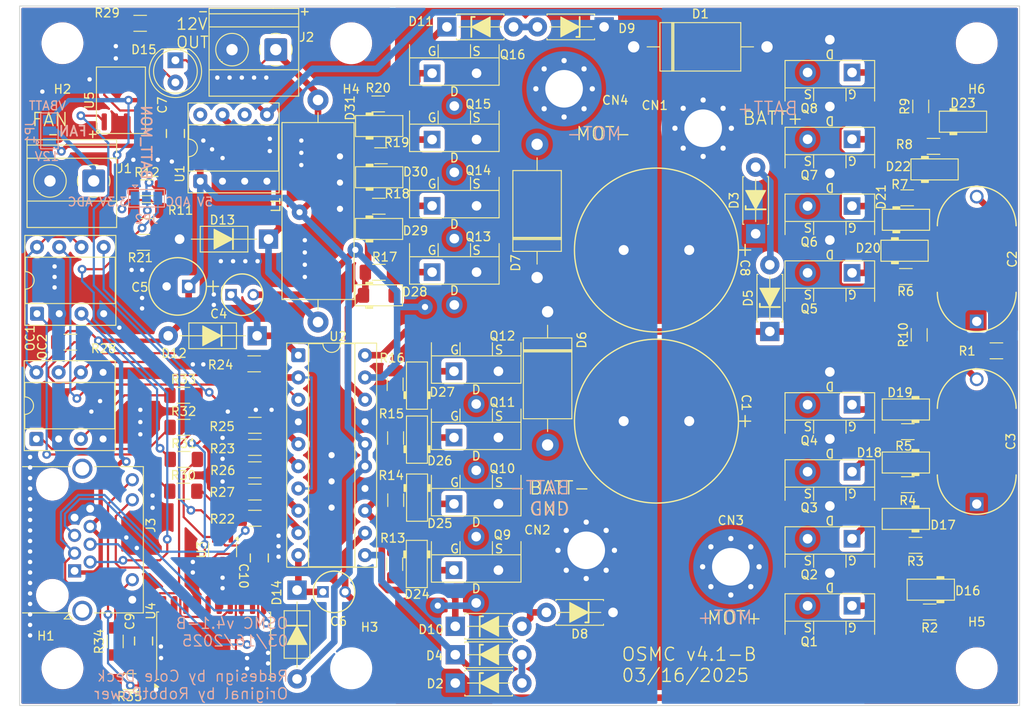
<source format=kicad_pcb>
(kicad_pcb
	(version 20241229)
	(generator "pcbnew")
	(generator_version "9.0")
	(general
		(thickness 1.6)
		(legacy_teardrops no)
	)
	(paper "A4")
	(layers
		(0 "F.Cu" signal)
		(2 "B.Cu" signal)
		(9 "F.Adhes" user "F.Adhesive")
		(11 "B.Adhes" user "B.Adhesive")
		(13 "F.Paste" user)
		(15 "B.Paste" user)
		(5 "F.SilkS" user "F.Silkscreen")
		(7 "B.SilkS" user "B.Silkscreen")
		(1 "F.Mask" user)
		(3 "B.Mask" user)
		(17 "Dwgs.User" user "User.Drawings")
		(19 "Cmts.User" user "User.Comments")
		(21 "Eco1.User" user "User.Eco1")
		(23 "Eco2.User" user "User.Eco2")
		(25 "Edge.Cuts" user)
		(27 "Margin" user)
		(31 "F.CrtYd" user "F.Courtyard")
		(29 "B.CrtYd" user "B.Courtyard")
		(35 "F.Fab" user)
		(33 "B.Fab" user)
		(39 "User.1" user)
		(41 "User.2" user)
		(43 "User.3" user)
		(45 "User.4" user)
		(47 "User.5" user)
		(49 "User.6" user)
		(51 "User.7" user)
		(53 "User.8" user)
		(55 "User.9" user)
	)
	(setup
		(pad_to_mask_clearance 0)
		(allow_soldermask_bridges_in_footprints no)
		(tenting front back)
		(pcbplotparams
			(layerselection 0x00000000_00000000_55555555_5755f5ff)
			(plot_on_all_layers_selection 0x00000000_00000000_00000000_00000000)
			(disableapertmacros no)
			(usegerberextensions no)
			(usegerberattributes yes)
			(usegerberadvancedattributes yes)
			(creategerberjobfile yes)
			(dashed_line_dash_ratio 12.000000)
			(dashed_line_gap_ratio 3.000000)
			(svgprecision 4)
			(plotframeref no)
			(mode 1)
			(useauxorigin no)
			(hpglpennumber 1)
			(hpglpenspeed 20)
			(hpglpendiameter 15.000000)
			(pdf_front_fp_property_popups yes)
			(pdf_back_fp_property_popups yes)
			(pdf_metadata yes)
			(pdf_single_document no)
			(dxfpolygonmode yes)
			(dxfimperialunits yes)
			(dxfusepcbnewfont yes)
			(psnegative no)
			(psa4output no)
			(plot_black_and_white yes)
			(plotinvisibletext no)
			(sketchpadsonfab no)
			(plotpadnumbers no)
			(hidednponfab no)
			(sketchdnponfab yes)
			(crossoutdnponfab yes)
			(subtractmaskfromsilk no)
			(outputformat 1)
			(mirror no)
			(drillshape 1)
			(scaleselection 1)
			(outputdirectory "")
		)
	)
	(net 0 "")
	(net 1 "VBATT")
	(net 2 "GND")
	(net 3 "BHS")
	(net 4 "Net-(C2-Pad2)")
	(net 5 "AHS")
	(net 6 "Net-(C3-Pad2)")
	(net 7 "Net-(D12-K)")
	(net 8 "+12V")
	(net 9 "Net-(D14-K)")
	(net 10 "+5V")
	(net 11 "DISABLE")
	(net 12 "AHI")
	(net 13 "ALI")
	(net 14 "BATT_MON")
	(net 15 "BLI")
	(net 16 "Net-(D2-A)")
	(net 17 "Net-(D3-A)")
	(net 18 "AHO")
	(net 19 "BHO")
	(net 20 "Net-(D10-A)")
	(net 21 "Net-(D11-A)")
	(net 22 "ALO")
	(net 23 "BLO")
	(net 24 "Net-(D13-K)")
	(net 25 "Net-(D15-Pad2)")
	(net 26 "Net-(D16-A)")
	(net 27 "Net-(D17-A)")
	(net 28 "Net-(D18-A)")
	(net 29 "Net-(D19-A)")
	(net 30 "Net-(D20-A)")
	(net 31 "Net-(D21-A)")
	(net 32 "Net-(D22-A)")
	(net 33 "Net-(D23-A)")
	(net 34 "Net-(D24-A)")
	(net 35 "Net-(D25-A)")
	(net 36 "Net-(D26-A)")
	(net 37 "Net-(D27-A)")
	(net 38 "Net-(D28-A)")
	(net 39 "Net-(D29-A)")
	(net 40 "Net-(D30-A)")
	(net 41 "Net-(D31-A)")
	(net 42 "Net-(J1-Pin_1)")
	(net 43 "Net-(U2-HDEL)")
	(net 44 "Net-(U2-LDEL)")
	(net 45 "unconnected-(U1-NC-Pad6)")
	(net 46 "unconnected-(U1-NC-Pad8)")
	(net 47 "DIRECTION")
	(net 48 "ENABLE")
	(net 49 "SPEED")
	(net 50 "Net-(J3-Pad10)")
	(net 51 "EN_IN_LED")
	(net 52 "Net-(J3-Pad12)")
	(net 53 "Net-(OC1-Pad3)")
	(net 54 "Net-(OC1-Pad1)")
	(net 55 "Net-(OC2-Pad1)")
	(net 56 "Net-(OC2-Pad3)")
	(net 57 "Net-(R30-Pad2)")
	(net 58 "Net-(R31-Pad2)")
	(net 59 "EN_IN_B")
	(net 60 "EN_IN_A")
	(net 61 "PWM_IN")
	(net 62 "DIR_IN")
	(net 63 "unconnected-(U4-2Y1-Pad5)")
	(net 64 "unconnected-(U4-2Y0-Pad3)")
	(net 65 "unconnected-(U4-1Y3-Pad12)")
	(net 66 "unconnected-(U5-NC-Pad4)")
	(net 67 "unconnected-(U5-NC-Pad5)")
	(net 68 "Net-(JP2-A)")
	(net 69 "Net-(JP2-B)")
	(footprint "Package_SO_AKL:SOIC-8_3.9x4.9mm_P1.27mm" (layer "F.Cu") (at 113.18 61.59 90))
	(footprint "MountingHole:MountingHole_4.3mm_M4_Pad_Via" (layer "F.Cu") (at 166.365 113.07))
	(footprint "Diode_THT_AKL:D_DO-41_SOD81_P10.16mm_Horizontal" (layer "F.Cu") (at 130.05 77.475 180))
	(footprint "C4,6:CAP_T350B_4p5X4p5-2p54_KEM" (layer "F.Cu") (at 127.04 83.83))
	(footprint "TO220-3-Staggered:TO-220-3_Vertical_GDS_Staggered" (layer "F.Cu") (at 151.25 115.3375))
	(footprint "Resistor_SMD:R_1206_3216Metric_Pad1.30x1.75mm_HandSolder" (layer "F.Cu") (at 142.66 73.71))
	(footprint "Package_DIP:DIP-20_W7.62mm_Socket" (layer "F.Cu") (at 133.46 90.755))
	(footprint "TO220-3-Staggered:TO-220-3_Vertical_GDS_Staggered" (layer "F.Cu") (at 196.75 58.4125 180))
	(footprint "MountingHole:MountingHole_4.3mm_M4" (layer "F.Cu") (at 106.5 126.5625))
	(footprint "Resistor_SMD:R_1206_3216Metric_Pad1.30x1.75mm_HandSolder" (layer "F.Cu") (at 203.125 99.5 180))
	(footprint "Resistor_SMD:R_1206_3216Metric_Pad1.30x1.75mm_HandSolder" (layer "F.Cu") (at 115.75 77.84 180))
	(footprint "Resistor_SMD:R_1206_3216Metric_Pad1.30x1.75mm_HandSolder" (layer "F.Cu") (at 114.18 128.09))
	(footprint "TO220-3-Staggered:TO-220-3_Vertical_GDS_Staggered" (layer "F.Cu") (at 148.75 58.5))
	(footprint "Diode_SMD_AKL:D_MiniMELF" (layer "F.Cu") (at 202.75 78.8))
	(footprint "Inductor_THT:L_Axial_L20.0mm_D8.0mm_P25.40mm_Horizontal" (layer "F.Cu") (at 135.71 86.96 90))
	(footprint "Package_DIP:DIP-8_W7.62mm_Socket" (layer "F.Cu") (at 103.59 86 90))
	(footprint "Resistor_SMD:R_1206_3216Metric_Pad1.30x1.75mm_HandSolder" (layer "F.Cu") (at 120.37 102.67))
	(footprint "TSOP-6-WidePads:TSOP-6_1.65x3.05mm_P0.95mm" (layer "F.Cu") (at 124.8 113 -90))
	(footprint "TO220-3-Staggered:TO-220-3_Vertical_GDS_Staggered" (layer "F.Cu") (at 196.75 96.4125 180))
	(footprint "TO220-3-Staggered:TO-220-3_Vertical_GDS_Staggered" (layer "F.Cu") (at 196.75 73.6908 180))
	(footprint "Diode_THT:D_DO-201AE_P15.24mm_Horizontal" (layer "F.Cu") (at 161.95 85.78 -90))
	(footprint "Diode_THT_AKL:D_DO-41_SOD81_P7.62mm_Horizontal_Zener" (layer "F.Cu") (at 185.73 76.86 90))
	(footprint "Diode_SMD_AKL:D_MiniMELF" (layer "F.Cu") (at 142.7 70.39))
	(footprint "MountingHole:MountingHole_4.3mm_M4_Pad_Via" (layer "F.Cu") (at 179.73 64.79))
	(footprint "Resistor_SMD:R_1206_3216Metric_Pad1.30x1.75mm_HandSolder" (layer "F.Cu") (at 206.06 66.86))
	(footprint "Package_DIP:DIP-8_W7.62mm_Socket" (layer "F.Cu") (at 103.52 100.33 90))
	(footprint "Resistor_SMD:R_1206_3216Metric_Pad1.30x1.75mm_HandSolder" (layer "F.Cu") (at 144.575 100.225 90))
	(footprint "Diode_THT_AKL:D_DO-41_SOD81_P7.62mm_Horizontal_Zener" (layer "F.Cu") (at 151.4 121.76))
	(footprint "TerminalBlock-simple:TerminalBlock_Phoenix_MKDS-1,5-2_1x02_P5.00mm_Horizontal" (layer "F.Cu") (at 130.88 55.8 180))
	(footprint "Resistor_SMD:R_1206_3216Metric_Pad1.30x1.75mm_HandSolder" (layer "F.Cu") (at 144.59 107.33 -90))
	(footprint "TO220-3-Staggered:TO-220-3_Vertical_GDS_Staggered" (layer "F.Cu") (at 196.75 104.0792 180))
	(footprint "C2,3:CAP_225P_WA_0.70X0.40X0.55_CND_NARROW" (layer "F.Cu") (at 211 107.7748 90))
	(footprint "Diode_SMD_AKL:D_MiniMELF" (layer "F.Cu") (at 209.43 64.04))
	(footprint "Diode_THT:D_DO-201AE_P15.24mm_Horizontal" (layer "F.Cu") (at 160.75 81.87 90))
	(footprint "Diode_THT_AKL:D_DO-41_SOD81_P7.62mm_Horizontal_Zener" (layer "F.Cu") (at 187.35 88.035 90))
	(footprint "TO220-3-Staggered:TO-220-3_Vertical_GDS_Staggered"
		(layer "F.Cu")
		(uuid "58ec8157-ff71-4e42-bf90-34ffbba27168")
		(at 196.75 111.7458 180)
		(descr "TO-220-3, Vertical, RM 2.54mm, see https://www.vishay.com/docs/66542/to-220-1.pdf, Alternate KiCad Library")
		(tags "TO-220-3 Vertical RM 2.54mm")
		(property "Reference" "Q2"
			(at 4.9 -4.1125 0)
			(layer "F.SilkS")
			(uuid "e24f22f2-6050-4c60-b919-b6279e785bf9")
			(effects
				(font
					(size 1 1)
					(thickness 0.15)
				)
			)
		)
		(property "Value" "IRF1405"
			(at 2.54 2.5 0)
			(layer "F.Fab")
			(hide yes)
			(uuid "4ed4fde2-f293-4dbc-a204-5d28119de843")
			(effects
				(font
					(size 1 1)
					(thickness 0.15)
				)
			)
		)
		(property "Datasheet" "https://www.tme.eu/Document/5d03459d5e32429fc7bb326296c569be/irf1405.pdf"
			(at 0 0 180)
			(layer "F.Fab")
			(hide yes)
			(uuid "c057975a-789f-4968-a845-8c681303ce1b")
			(effects
				(font
					(size 1.27 1.27)
					(thickness 0.15)
				)
			)
		)
		(property "Description" ""
			(at 0 0 180)
			(layer "F.Fab")
			(hide yes)
			(uuid "49587152-2f11-4a51-9f59-e47953ed6726")
			(effects
				(font
					(size 1.27 1.27)
					(thickness 0.15)
				)
			)
		)
		(path "/87725558-5177-4ba6-aae6-270c00731bd7")
		(sheetname "/")
		(sheetfile "OSMC-v4.0.kicad_sch")
		(fp_line
			(start 7.66 -3.27)
			(end 7.66 1.371)
			(stroke
				(width 0.12)
				(type solid)
			)
			(layer "F.SilkS")
			(uuid "ef2b7eac-6942-43b9-af73-32927398f473")
		)
		(fp_line
			(start 4.391 -3.27)
			(end 4.391 -1.76)
			(stroke
				(width 0.12)
				(type solid)
			)
			(layer "F.SilkS")
			(uuid "0f94f953-ddb2-4e86-9380-03369d086b31")
		)
		(fp_line
			(start 0.69 -3.27)
			(end 0.69 -1.76)
			(stroke
				(width 0.12)
				(type solid)
			)
			(layer "F.SilkS")
			(uuid "98ba15d2-1554-4b5b-982e-441f36a31f6f")
		)
		(fp_line
			(start -2.58 1.371)
			(end 7.66 1.371)
			(stroke
				(width 0.12)
				(type solid)
			)
			(layer "F.SilkS")
			(uuid "4d795e91-2032-4815-986e-6b7f0ecb7417")
		)
		(fp_line
			(start -2.58 -1.76)
			(end 7.66 -1.76)
			(stroke
				(width 0.12)
				(type solid)
			)
			(layer "F.SilkS")
			(uuid "e6036090-5929-4a4a-9cae-c327916c185f")
		)
		(fp_line
			(start -2.58 -3.27)
			(end -2.58 1.371)
			(stroke
				(width 0.12)
				(type solid)
			)
			(layer "F.SilkS")
			(uuid "a65b505d-da51-4bed-9ea3-26097eb7e7c0")
		)
		(fp_line
			(start 7.79 1.51)
			(end 7.79 -3.4)
			(stroke
				(width 0.05)
				(type solid)
			)
			(layer "F.CrtYd")
			(uuid "8ea04f62-49e6-4b3a-bc9e-6d4816f2c521")
		)
		(fp_line
			(start 7.79 -3.4)
			(end -2.71 -3.4)
			(stroke
				(width 0.05)
				(type solid)
			)
			(layer "F.CrtYd")
			(uuid "a7cff443-9112-47f2-aa13-12024f72761c")
		)
		(fp_line
			(start -2.71 1.51)
			(end 7.79 1.51)
			(stroke
				(width 0.05)
				(type solid)
			)
			(layer "F.CrtYd")
			(uuid "91def40c-b327-4847-9d9f-c50079ae2a88")
		)
		(fp_line
			(start -2.71 -3.4)
			(end -2.71 1.51)
			(stroke
				(width 0.05)
				(type solid)
			)
			(layer "F.CrtYd")
			(uuid "afdf563e-d240-406e-9886-0ba6293313ae")
		)
		(fp_line
			(start 7.54 1.25)
			(end 7.54 -3.15)
			(stroke
				(width 0.1)
				(type solid)
			)
			(layer "F.Fab")
			(uuid "aba78542-d968-4867-ac05-ed0cd64b7190")
		)
		(fp_line
			(start 7.54 -3.15)
			(end -2.46 -3.15)
			(stroke
				(width 0.1)
				(type solid)
			)
			(layer "F.Fab")
			(uuid "9909df29-f236-4c10-821d-bce08668623a")
		)
		(fp_line
			(start 4.39 -3.15)
			(end 4.39 -1.88)
			(stroke
				(width 0.1)
				(type solid)
			)
			(layer "F.Fab")
			(uuid "6bb5e1e7-e42c-4880-a3cf-2dde2a48d36b")
		)
		(fp_line
			(start 0.69 -3.15)
			(end 0.69 -1.88)
			(stroke
				(width 0.1)
				(type solid)
			)
			(layer "F.Fab")
			(uuid "4ccff265-cf3f-432f-b561-7760f41f0fa5")
		)
		(fp_line
			(start -2.46 1.25)
			(end 7.54 1.25)
			(stroke
				(width 0.1)
				(type solid)
			)
			(layer "F.Fab")
			(uuid "25460d95-91fb-4512-ac9b-fefbc254c3ed")
		)
		(fp_line
			(start -2.46 -1.88)
			(end 7.54 -1.88)
			(stroke
				(width 0.1)
				(type solid)
			)
			(layer "F.Fab")
			(uuid "ba979779-307d-4c4b-aaef-9491ddf28
... [1048465 chars truncated]
</source>
